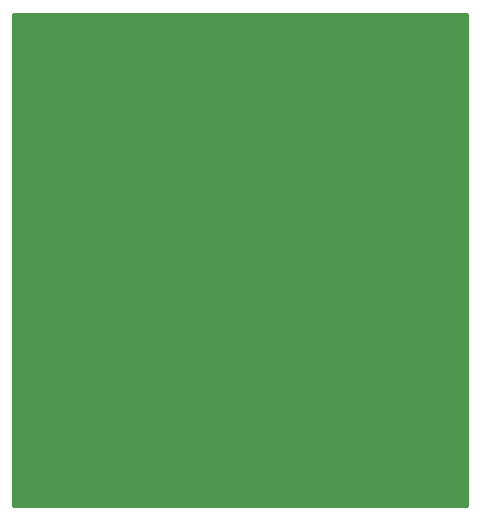
<source format=gbs>
G04 #@! TF.FileFunction,Soldermask,Bot*
%FSLAX46Y46*%
G04 Gerber Fmt 4.6, Leading zero omitted, Abs format (unit mm)*
G04 Created by KiCad (PCBNEW 4.0.2+e4-6225~38~ubuntu14.04.1-stable) date Qua 03 Ago 2016 18:24:10 BRT*
%MOMM*%
G01*
G04 APERTURE LIST*
%ADD10C,0.100000*%
%ADD11R,1.700000X1.700000*%
%ADD12C,1.700000*%
%ADD13C,1.924000*%
%ADD14O,2.000000X2.700000*%
%ADD15R,2.432000X2.432000*%
%ADD16O,2.432000X2.432000*%
%ADD17C,2.398980*%
%ADD18O,2.398980X2.899360*%
%ADD19C,0.254000*%
G04 APERTURE END LIST*
D10*
D11*
X175260000Y-134620000D03*
D12*
X175260000Y-137120000D03*
D11*
X179070000Y-125730000D03*
D12*
X181570000Y-125730000D03*
D11*
X160020000Y-134620000D03*
D12*
X160020000Y-137120000D03*
D13*
X153670000Y-129475000D03*
X156210000Y-129475000D03*
X158750000Y-129475000D03*
X161290000Y-129475000D03*
X163830000Y-129475000D03*
X166370000Y-129475000D03*
X168910000Y-129475000D03*
X171450000Y-129475000D03*
X171450000Y-105475000D03*
X168910000Y-105475000D03*
X166370000Y-105475000D03*
X163830000Y-105475000D03*
X161290000Y-105475000D03*
X158750000Y-105475000D03*
X156210000Y-105475000D03*
X153670000Y-105475000D03*
D14*
X146050000Y-121920000D03*
X148590000Y-121920000D03*
X151130000Y-121920000D03*
X153670000Y-121920000D03*
X156210000Y-121920000D03*
X158750000Y-121920000D03*
X161290000Y-121920000D03*
X163830000Y-121920000D03*
X166370000Y-121920000D03*
X168910000Y-121920000D03*
X171450000Y-121920000D03*
X173990000Y-121920000D03*
X176530000Y-121920000D03*
X179070000Y-121920000D03*
X179070000Y-114300000D03*
X176530000Y-114300000D03*
X173990000Y-114300000D03*
X171450000Y-114300000D03*
X168910000Y-114300000D03*
X166370000Y-114300000D03*
X163830000Y-114300000D03*
X161290000Y-114300000D03*
X158750000Y-114300000D03*
X156210000Y-114300000D03*
X153670000Y-114300000D03*
X151130000Y-114300000D03*
X148590000Y-114300000D03*
X146050000Y-114300000D03*
D15*
X180340000Y-107950000D03*
D16*
X180340000Y-110490000D03*
D17*
X154305000Y-135890000D03*
X146685000Y-135890000D03*
D18*
X170080940Y-135890000D03*
X165199060Y-135890000D03*
D19*
G36*
X182753000Y-139573000D02*
X144272000Y-139573000D01*
X144272000Y-97917000D01*
X182753000Y-97917000D01*
X182753000Y-139573000D01*
X182753000Y-139573000D01*
G37*
X182753000Y-139573000D02*
X144272000Y-139573000D01*
X144272000Y-97917000D01*
X182753000Y-97917000D01*
X182753000Y-139573000D01*
M02*

</source>
